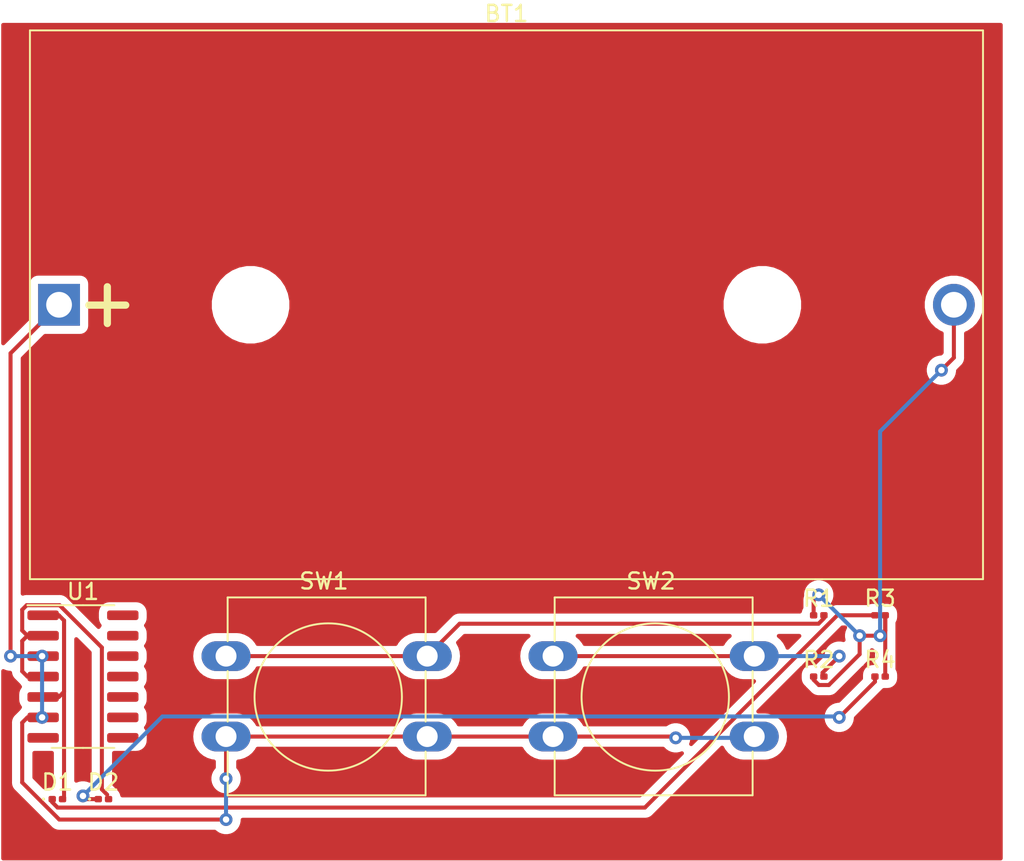
<source format=kicad_pcb>
(kicad_pcb (version 20171130) (host pcbnew 5.1.9+dfsg1-1+deb11u1)

  (general
    (thickness 1.6)
    (drawings 4)
    (tracks 87)
    (zones 0)
    (modules 10)
    (nets 9)
  )

  (page A4)
  (layers
    (0 F.Cu signal)
    (31 B.Cu signal)
    (32 B.Adhes user)
    (33 F.Adhes user)
    (34 B.Paste user)
    (35 F.Paste user)
    (36 B.SilkS user)
    (37 F.SilkS user)
    (38 B.Mask user)
    (39 F.Mask user)
    (40 Dwgs.User user)
    (41 Cmts.User user)
    (42 Eco1.User user)
    (43 Eco2.User user)
    (44 Edge.Cuts user)
    (45 Margin user)
    (46 B.CrtYd user)
    (47 F.CrtYd user)
    (48 B.Fab user)
    (49 F.Fab user)
  )

  (setup
    (last_trace_width 0.25)
    (trace_clearance 0.2)
    (zone_clearance 0.508)
    (zone_45_only no)
    (trace_min 0.2)
    (via_size 0.8)
    (via_drill 0.4)
    (via_min_size 0.4)
    (via_min_drill 0.3)
    (uvia_size 0.3)
    (uvia_drill 0.1)
    (uvias_allowed no)
    (uvia_min_size 0.2)
    (uvia_min_drill 0.1)
    (edge_width 0.05)
    (segment_width 0.2)
    (pcb_text_width 0.3)
    (pcb_text_size 1.5 1.5)
    (mod_edge_width 0.12)
    (mod_text_size 1 1)
    (mod_text_width 0.15)
    (pad_size 1.524 1.524)
    (pad_drill 0.762)
    (pad_to_mask_clearance 0)
    (aux_axis_origin 0 0)
    (visible_elements FFFFFF7F)
    (pcbplotparams
      (layerselection 0x010fc_ffffffff)
      (usegerberextensions false)
      (usegerberattributes true)
      (usegerberadvancedattributes true)
      (creategerberjobfile true)
      (excludeedgelayer true)
      (linewidth 0.100000)
      (plotframeref false)
      (viasonmask false)
      (mode 1)
      (useauxorigin false)
      (hpglpennumber 1)
      (hpglpenspeed 20)
      (hpglpendiameter 15.000000)
      (psnegative false)
      (psa4output false)
      (plotreference true)
      (plotvalue true)
      (plotinvisibletext false)
      (padsonsilk false)
      (subtractmaskfromsilk false)
      (outputformat 1)
      (mirror false)
      (drillshape 1)
      (scaleselection 1)
      (outputdirectory ""))
  )

  (net 0 "")
  (net 1 "Net-(BT1-Pad2)")
  (net 2 "Net-(BT1-Pad1)")
  (net 3 "Net-(D1-Pad1)")
  (net 4 "Net-(D1-Pad2)")
  (net 5 "Net-(D2-Pad2)")
  (net 6 "Net-(D2-Pad1)")
  (net 7 "Net-(R1-Pad2)")
  (net 8 "Net-(R2-Pad2)")

  (net_class Default "This is the default net class."
    (clearance 0.2)
    (trace_width 0.25)
    (via_dia 0.8)
    (via_drill 0.4)
    (uvia_dia 0.3)
    (uvia_drill 0.1)
    (add_net "Net-(BT1-Pad1)")
    (add_net "Net-(BT1-Pad2)")
    (add_net "Net-(D1-Pad1)")
    (add_net "Net-(D1-Pad2)")
    (add_net "Net-(D2-Pad1)")
    (add_net "Net-(D2-Pad2)")
    (add_net "Net-(R1-Pad2)")
    (add_net "Net-(R2-Pad2)")
  )

  (module Battery:BatteryHolder_Bulgin_BX0036_1xC (layer F.Cu) (tedit 5C0C1564) (tstamp 6539BD7D)
    (at 56.935001 87.375001)
    (descr "Bulgin Battery Holder, BX0036, Battery Type C (https://www.bulgin.com/products/pub/media/bulgin/data/Battery_holders.pdf)")
    (tags "Bulgin BX0036")
    (path /65394D7A)
    (fp_text reference BT1 (at 27.8 -18.1) (layer F.SilkS)
      (effects (font (size 1 1) (thickness 0.15)))
    )
    (fp_text value Battery (at 27.8 1) (layer F.Fab)
      (effects (font (size 1 1) (thickness 0.15)))
    )
    (fp_line (start -1.81 17.06) (end 57.41 17.06) (layer F.SilkS) (width 0.12))
    (fp_line (start -1.81 -17.06) (end 57.41 -17.06) (layer F.SilkS) (width 0.12))
    (fp_line (start 57.41 -17.06) (end 57.41 17.06) (layer F.SilkS) (width 0.12))
    (fp_line (start -1.81 -17.06) (end -1.81 17.06) (layer F.SilkS) (width 0.12))
    (fp_line (start -2.3 17.5) (end -2.3 -17.5) (layer F.CrtYd) (width 0.05))
    (fp_line (start 57.9 17.5) (end -2.3 17.5) (layer F.CrtYd) (width 0.05))
    (fp_line (start 57.9 -17.5) (end 57.9 17.5) (layer F.CrtYd) (width 0.05))
    (fp_line (start -2.3 -17.5) (end 57.9 -17.5) (layer F.CrtYd) (width 0.05))
    (fp_line (start -1.75 -17) (end 57.35 -17) (layer F.Fab) (width 0.1))
    (fp_line (start 57.35 -17) (end 57.35 17) (layer F.Fab) (width 0.1))
    (fp_line (start 57.35 17) (end -1.75 17) (layer F.Fab) (width 0.1))
    (fp_line (start -1.75 17) (end -1.75 -17) (layer F.Fab) (width 0.1))
    (fp_text user + (at 3 -0.2) (layer F.SilkS)
      (effects (font (size 3 3) (thickness 0.45)))
    )
    (fp_text user %R (at 27.8 -1) (layer F.Fab)
      (effects (font (size 1 1) (thickness 0.1)))
    )
    (pad 2 thru_hole circle (at 55.6 0) (size 2.6 2.6) (drill 1.6) (layers *.Cu *.Mask)
      (net 1 "Net-(BT1-Pad2)"))
    (pad 1 thru_hole rect (at 0 0) (size 2.6 2.6) (drill 1.6) (layers *.Cu *.Mask)
      (net 2 "Net-(BT1-Pad1)"))
    (pad "" np_thru_hole circle (at 11.9 0) (size 3.8 3.8) (drill 3.8) (layers *.Cu *.Mask))
    (pad "" np_thru_hole circle (at 43.7 0) (size 3.8 3.8) (drill 3.8) (layers *.Cu *.Mask))
    (model ${KISYS3DMOD}/Battery.3dshapes/BatteryHolder_Bulgin_BX0036_1xC.wrl
      (at (xyz 0 0 0))
      (scale (xyz 1 1 1))
      (rotate (xyz 0 0 0))
    )
  )

  (module LED_SMD:LED_0201_0603Metric (layer F.Cu) (tedit 5F68FEF1) (tstamp 6539BD91)
    (at 56.83 118.11)
    (descr "LED SMD 0201 (0603 Metric), square (rectangular) end terminal, IPC_7351 nominal, (Body size source: https://www.vishay.com/docs/20052/crcw0201e3.pdf), generated with kicad-footprint-generator")
    (tags LED)
    (path /6539DEF1)
    (attr smd)
    (fp_text reference D1 (at 0 -1.05) (layer F.SilkS)
      (effects (font (size 1 1) (thickness 0.15)))
    )
    (fp_text value LED (at 0 1.05) (layer F.Fab)
      (effects (font (size 1 1) (thickness 0.15)))
    )
    (fp_line (start 0.7 0.35) (end -0.7 0.35) (layer F.CrtYd) (width 0.05))
    (fp_line (start 0.7 -0.35) (end 0.7 0.35) (layer F.CrtYd) (width 0.05))
    (fp_line (start -0.7 -0.35) (end 0.7 -0.35) (layer F.CrtYd) (width 0.05))
    (fp_line (start -0.7 0.35) (end -0.7 -0.35) (layer F.CrtYd) (width 0.05))
    (fp_line (start -0.1 0.15) (end -0.1 -0.15) (layer F.Fab) (width 0.1))
    (fp_line (start -0.2 0.15) (end -0.2 -0.15) (layer F.Fab) (width 0.1))
    (fp_line (start 0.3 0.15) (end -0.3 0.15) (layer F.Fab) (width 0.1))
    (fp_line (start 0.3 -0.15) (end 0.3 0.15) (layer F.Fab) (width 0.1))
    (fp_line (start -0.3 -0.15) (end 0.3 -0.15) (layer F.Fab) (width 0.1))
    (fp_line (start -0.3 0.15) (end -0.3 -0.15) (layer F.Fab) (width 0.1))
    (fp_circle (center -0.86 0) (end -0.81 0) (layer F.SilkS) (width 0.1))
    (fp_text user %R (at 0 -0.68) (layer F.Fab)
      (effects (font (size 0.25 0.25) (thickness 0.04)))
    )
    (pad "" smd roundrect (at -0.345 0) (size 0.318 0.36) (layers F.Paste) (roundrect_rratio 0.25))
    (pad "" smd roundrect (at 0.345 0) (size 0.318 0.36) (layers F.Paste) (roundrect_rratio 0.25))
    (pad 1 smd roundrect (at -0.32 0) (size 0.46 0.4) (layers F.Cu F.Mask) (roundrect_rratio 0.25)
      (net 3 "Net-(D1-Pad1)"))
    (pad 2 smd roundrect (at 0.32 0) (size 0.46 0.4) (layers F.Cu F.Mask) (roundrect_rratio 0.25)
      (net 4 "Net-(D1-Pad2)"))
    (model ${KISYS3DMOD}/LED_SMD.3dshapes/LED_0201_0603Metric.wrl
      (at (xyz 0 0 0))
      (scale (xyz 1 1 1))
      (rotate (xyz 0 0 0))
    )
  )

  (module LED_SMD:LED_0201_0603Metric (layer F.Cu) (tedit 5F68FEF1) (tstamp 6539BDA5)
    (at 59.69 118.11)
    (descr "LED SMD 0201 (0603 Metric), square (rectangular) end terminal, IPC_7351 nominal, (Body size source: https://www.vishay.com/docs/20052/crcw0201e3.pdf), generated with kicad-footprint-generator")
    (tags LED)
    (path /653995ED)
    (attr smd)
    (fp_text reference D2 (at 0 -1.05) (layer F.SilkS)
      (effects (font (size 1 1) (thickness 0.15)))
    )
    (fp_text value LED (at 0 1.05) (layer F.Fab)
      (effects (font (size 1 1) (thickness 0.15)))
    )
    (fp_text user %R (at 0 -0.68) (layer F.Fab)
      (effects (font (size 0.25 0.25) (thickness 0.04)))
    )
    (fp_circle (center -0.86 0) (end -0.81 0) (layer F.SilkS) (width 0.1))
    (fp_line (start -0.3 0.15) (end -0.3 -0.15) (layer F.Fab) (width 0.1))
    (fp_line (start -0.3 -0.15) (end 0.3 -0.15) (layer F.Fab) (width 0.1))
    (fp_line (start 0.3 -0.15) (end 0.3 0.15) (layer F.Fab) (width 0.1))
    (fp_line (start 0.3 0.15) (end -0.3 0.15) (layer F.Fab) (width 0.1))
    (fp_line (start -0.2 0.15) (end -0.2 -0.15) (layer F.Fab) (width 0.1))
    (fp_line (start -0.1 0.15) (end -0.1 -0.15) (layer F.Fab) (width 0.1))
    (fp_line (start -0.7 0.35) (end -0.7 -0.35) (layer F.CrtYd) (width 0.05))
    (fp_line (start -0.7 -0.35) (end 0.7 -0.35) (layer F.CrtYd) (width 0.05))
    (fp_line (start 0.7 -0.35) (end 0.7 0.35) (layer F.CrtYd) (width 0.05))
    (fp_line (start 0.7 0.35) (end -0.7 0.35) (layer F.CrtYd) (width 0.05))
    (pad 2 smd roundrect (at 0.32 0) (size 0.46 0.4) (layers F.Cu F.Mask) (roundrect_rratio 0.25)
      (net 5 "Net-(D2-Pad2)"))
    (pad 1 smd roundrect (at -0.32 0) (size 0.46 0.4) (layers F.Cu F.Mask) (roundrect_rratio 0.25)
      (net 6 "Net-(D2-Pad1)"))
    (pad "" smd roundrect (at 0.345 0) (size 0.318 0.36) (layers F.Paste) (roundrect_rratio 0.25))
    (pad "" smd roundrect (at -0.345 0) (size 0.318 0.36) (layers F.Paste) (roundrect_rratio 0.25))
    (model ${KISYS3DMOD}/LED_SMD.3dshapes/LED_0201_0603Metric.wrl
      (at (xyz 0 0 0))
      (scale (xyz 1 1 1))
      (rotate (xyz 0 0 0))
    )
  )

  (module Resistor_SMD:R_0201_0603Metric (layer F.Cu) (tedit 5F68FEEE) (tstamp 6539BDB6)
    (at 104.14 106.68)
    (descr "Resistor SMD 0201 (0603 Metric), square (rectangular) end terminal, IPC_7351 nominal, (Body size source: https://www.vishay.com/docs/20052/crcw0201e3.pdf), generated with kicad-footprint-generator")
    (tags resistor)
    (path /6539671F)
    (attr smd)
    (fp_text reference R1 (at 0 -1.05) (layer F.SilkS)
      (effects (font (size 1 1) (thickness 0.15)))
    )
    (fp_text value 220Ω (at 0 1.05) (layer F.Fab)
      (effects (font (size 1 1) (thickness 0.15)))
    )
    (fp_line (start 0.7 0.35) (end -0.7 0.35) (layer F.CrtYd) (width 0.05))
    (fp_line (start 0.7 -0.35) (end 0.7 0.35) (layer F.CrtYd) (width 0.05))
    (fp_line (start -0.7 -0.35) (end 0.7 -0.35) (layer F.CrtYd) (width 0.05))
    (fp_line (start -0.7 0.35) (end -0.7 -0.35) (layer F.CrtYd) (width 0.05))
    (fp_line (start 0.3 0.15) (end -0.3 0.15) (layer F.Fab) (width 0.1))
    (fp_line (start 0.3 -0.15) (end 0.3 0.15) (layer F.Fab) (width 0.1))
    (fp_line (start -0.3 -0.15) (end 0.3 -0.15) (layer F.Fab) (width 0.1))
    (fp_line (start -0.3 0.15) (end -0.3 -0.15) (layer F.Fab) (width 0.1))
    (fp_text user %R (at 0 -0.68) (layer F.Fab)
      (effects (font (size 0.25 0.25) (thickness 0.04)))
    )
    (pad "" smd roundrect (at -0.345 0) (size 0.318 0.36) (layers F.Paste) (roundrect_rratio 0.25))
    (pad "" smd roundrect (at 0.345 0) (size 0.318 0.36) (layers F.Paste) (roundrect_rratio 0.25))
    (pad 1 smd roundrect (at -0.32 0) (size 0.46 0.4) (layers F.Cu F.Mask) (roundrect_rratio 0.25)
      (net 1 "Net-(BT1-Pad2)"))
    (pad 2 smd roundrect (at 0.32 0) (size 0.46 0.4) (layers F.Cu F.Mask) (roundrect_rratio 0.25)
      (net 7 "Net-(R1-Pad2)"))
    (model ${KISYS3DMOD}/Resistor_SMD.3dshapes/R_0201_0603Metric.wrl
      (at (xyz 0 0 0))
      (scale (xyz 1 1 1))
      (rotate (xyz 0 0 0))
    )
  )

  (module Resistor_SMD:R_0201_0603Metric (layer F.Cu) (tedit 5F68FEEE) (tstamp 6539BDC7)
    (at 104.14 110.49)
    (descr "Resistor SMD 0201 (0603 Metric), square (rectangular) end terminal, IPC_7351 nominal, (Body size source: https://www.vishay.com/docs/20052/crcw0201e3.pdf), generated with kicad-footprint-generator")
    (tags resistor)
    (path /653B5927)
    (attr smd)
    (fp_text reference R2 (at 0 -1.05) (layer F.SilkS)
      (effects (font (size 1 1) (thickness 0.15)))
    )
    (fp_text value 220Ω (at 0 1.05) (layer F.Fab)
      (effects (font (size 1 1) (thickness 0.15)))
    )
    (fp_text user %R (at 0 -0.68) (layer F.Fab)
      (effects (font (size 0.25 0.25) (thickness 0.04)))
    )
    (fp_line (start -0.3 0.15) (end -0.3 -0.15) (layer F.Fab) (width 0.1))
    (fp_line (start -0.3 -0.15) (end 0.3 -0.15) (layer F.Fab) (width 0.1))
    (fp_line (start 0.3 -0.15) (end 0.3 0.15) (layer F.Fab) (width 0.1))
    (fp_line (start 0.3 0.15) (end -0.3 0.15) (layer F.Fab) (width 0.1))
    (fp_line (start -0.7 0.35) (end -0.7 -0.35) (layer F.CrtYd) (width 0.05))
    (fp_line (start -0.7 -0.35) (end 0.7 -0.35) (layer F.CrtYd) (width 0.05))
    (fp_line (start 0.7 -0.35) (end 0.7 0.35) (layer F.CrtYd) (width 0.05))
    (fp_line (start 0.7 0.35) (end -0.7 0.35) (layer F.CrtYd) (width 0.05))
    (pad 2 smd roundrect (at 0.32 0) (size 0.46 0.4) (layers F.Cu F.Mask) (roundrect_rratio 0.25)
      (net 8 "Net-(R2-Pad2)"))
    (pad 1 smd roundrect (at -0.32 0) (size 0.46 0.4) (layers F.Cu F.Mask) (roundrect_rratio 0.25)
      (net 1 "Net-(BT1-Pad2)"))
    (pad "" smd roundrect (at 0.345 0) (size 0.318 0.36) (layers F.Paste) (roundrect_rratio 0.25))
    (pad "" smd roundrect (at -0.345 0) (size 0.318 0.36) (layers F.Paste) (roundrect_rratio 0.25))
    (model ${KISYS3DMOD}/Resistor_SMD.3dshapes/R_0201_0603Metric.wrl
      (at (xyz 0 0 0))
      (scale (xyz 1 1 1))
      (rotate (xyz 0 0 0))
    )
  )

  (module Resistor_SMD:R_0201_0603Metric (layer F.Cu) (tedit 5F68FEEE) (tstamp 6539BDD8)
    (at 107.95 106.68)
    (descr "Resistor SMD 0201 (0603 Metric), square (rectangular) end terminal, IPC_7351 nominal, (Body size source: https://www.vishay.com/docs/20052/crcw0201e3.pdf), generated with kicad-footprint-generator")
    (tags resistor)
    (path /653CC758)
    (attr smd)
    (fp_text reference R3 (at 0 -1.05) (layer F.SilkS)
      (effects (font (size 1 1) (thickness 0.15)))
    )
    (fp_text value 220Ω (at 0 1.05) (layer F.Fab)
      (effects (font (size 1 1) (thickness 0.15)))
    )
    (fp_line (start 0.7 0.35) (end -0.7 0.35) (layer F.CrtYd) (width 0.05))
    (fp_line (start 0.7 -0.35) (end 0.7 0.35) (layer F.CrtYd) (width 0.05))
    (fp_line (start -0.7 -0.35) (end 0.7 -0.35) (layer F.CrtYd) (width 0.05))
    (fp_line (start -0.7 0.35) (end -0.7 -0.35) (layer F.CrtYd) (width 0.05))
    (fp_line (start 0.3 0.15) (end -0.3 0.15) (layer F.Fab) (width 0.1))
    (fp_line (start 0.3 -0.15) (end 0.3 0.15) (layer F.Fab) (width 0.1))
    (fp_line (start -0.3 -0.15) (end 0.3 -0.15) (layer F.Fab) (width 0.1))
    (fp_line (start -0.3 0.15) (end -0.3 -0.15) (layer F.Fab) (width 0.1))
    (fp_text user %R (at 0 -0.68) (layer F.Fab)
      (effects (font (size 0.25 0.25) (thickness 0.04)))
    )
    (pad "" smd roundrect (at -0.345 0) (size 0.318 0.36) (layers F.Paste) (roundrect_rratio 0.25))
    (pad "" smd roundrect (at 0.345 0) (size 0.318 0.36) (layers F.Paste) (roundrect_rratio 0.25))
    (pad 1 smd roundrect (at -0.32 0) (size 0.46 0.4) (layers F.Cu F.Mask) (roundrect_rratio 0.25)
      (net 3 "Net-(D1-Pad1)"))
    (pad 2 smd roundrect (at 0.32 0) (size 0.46 0.4) (layers F.Cu F.Mask) (roundrect_rratio 0.25)
      (net 1 "Net-(BT1-Pad2)"))
    (model ${KISYS3DMOD}/Resistor_SMD.3dshapes/R_0201_0603Metric.wrl
      (at (xyz 0 0 0))
      (scale (xyz 1 1 1))
      (rotate (xyz 0 0 0))
    )
  )

  (module Resistor_SMD:R_0201_0603Metric (layer F.Cu) (tedit 5F68FEEE) (tstamp 6539BDE9)
    (at 107.95 110.49)
    (descr "Resistor SMD 0201 (0603 Metric), square (rectangular) end terminal, IPC_7351 nominal, (Body size source: https://www.vishay.com/docs/20052/crcw0201e3.pdf), generated with kicad-footprint-generator")
    (tags resistor)
    (path /653CC75E)
    (attr smd)
    (fp_text reference R4 (at 0 -1.05) (layer F.SilkS)
      (effects (font (size 1 1) (thickness 0.15)))
    )
    (fp_text value 220Ω (at 0 1.05) (layer F.Fab)
      (effects (font (size 1 1) (thickness 0.15)))
    )
    (fp_text user %R (at 0 -0.68) (layer F.Fab)
      (effects (font (size 0.25 0.25) (thickness 0.04)))
    )
    (fp_line (start -0.3 0.15) (end -0.3 -0.15) (layer F.Fab) (width 0.1))
    (fp_line (start -0.3 -0.15) (end 0.3 -0.15) (layer F.Fab) (width 0.1))
    (fp_line (start 0.3 -0.15) (end 0.3 0.15) (layer F.Fab) (width 0.1))
    (fp_line (start 0.3 0.15) (end -0.3 0.15) (layer F.Fab) (width 0.1))
    (fp_line (start -0.7 0.35) (end -0.7 -0.35) (layer F.CrtYd) (width 0.05))
    (fp_line (start -0.7 -0.35) (end 0.7 -0.35) (layer F.CrtYd) (width 0.05))
    (fp_line (start 0.7 -0.35) (end 0.7 0.35) (layer F.CrtYd) (width 0.05))
    (fp_line (start 0.7 0.35) (end -0.7 0.35) (layer F.CrtYd) (width 0.05))
    (pad 2 smd roundrect (at 0.32 0) (size 0.46 0.4) (layers F.Cu F.Mask) (roundrect_rratio 0.25)
      (net 1 "Net-(BT1-Pad2)"))
    (pad 1 smd roundrect (at -0.32 0) (size 0.46 0.4) (layers F.Cu F.Mask) (roundrect_rratio 0.25)
      (net 6 "Net-(D2-Pad1)"))
    (pad "" smd roundrect (at 0.345 0) (size 0.318 0.36) (layers F.Paste) (roundrect_rratio 0.25))
    (pad "" smd roundrect (at -0.345 0) (size 0.318 0.36) (layers F.Paste) (roundrect_rratio 0.25))
    (model ${KISYS3DMOD}/Resistor_SMD.3dshapes/R_0201_0603Metric.wrl
      (at (xyz 0 0 0))
      (scale (xyz 1 1 1))
      (rotate (xyz 0 0 0))
    )
  )

  (module Button_Switch_THT:SW_PUSH-12mm (layer F.Cu) (tedit 5D160D14) (tstamp 6539BE03)
    (at 67.31 109.22)
    (descr "SW PUSH 12mm https://www.e-switch.com/system/asset/product_line/data_sheet/143/TL1100.pdf")
    (tags "tact sw push 12mm")
    (path /6539A2D5)
    (fp_text reference SW1 (at 6.08 -4.66) (layer F.SilkS)
      (effects (font (size 1 1) (thickness 0.15)))
    )
    (fp_text value SW_Push (at 6.62 9.93) (layer F.Fab)
      (effects (font (size 1 1) (thickness 0.15)))
    )
    (fp_line (start 12.4 -3.65) (end 12.4 -0.93) (layer F.SilkS) (width 0.12))
    (fp_line (start 12.4 5.93) (end 12.4 8.65) (layer F.SilkS) (width 0.12))
    (fp_line (start 0.1 4.07) (end 0.1 0.93) (layer F.SilkS) (width 0.12))
    (fp_line (start 0.1 8.65) (end 0.1 5.93) (layer F.SilkS) (width 0.12))
    (fp_line (start 0.25 -3.5) (end 0.25 8.5) (layer F.Fab) (width 0.1))
    (fp_circle (center 6.35 2.54) (end 10.16 5.08) (layer F.SilkS) (width 0.12))
    (fp_line (start 14.25 8.75) (end -1.77 8.75) (layer F.CrtYd) (width 0.05))
    (fp_line (start 14.25 8.75) (end 14.25 -3.75) (layer F.CrtYd) (width 0.05))
    (fp_line (start -1.77 -3.75) (end -1.77 8.75) (layer F.CrtYd) (width 0.05))
    (fp_line (start -1.77 -3.75) (end 14.25 -3.75) (layer F.CrtYd) (width 0.05))
    (fp_line (start 0.1 -0.93) (end 0.1 -3.65) (layer F.SilkS) (width 0.12))
    (fp_line (start 12.4 8.65) (end 0.1 8.65) (layer F.SilkS) (width 0.12))
    (fp_line (start 12.4 0.93) (end 12.4 4.07) (layer F.SilkS) (width 0.12))
    (fp_line (start 0.1 -3.65) (end 12.4 -3.65) (layer F.SilkS) (width 0.12))
    (fp_line (start 12.25 -3.5) (end 12.25 8.5) (layer F.Fab) (width 0.1))
    (fp_line (start 0.25 -3.5) (end 12.25 -3.5) (layer F.Fab) (width 0.1))
    (fp_line (start 0.25 8.5) (end 12.25 8.5) (layer F.Fab) (width 0.1))
    (fp_text user %R (at 6.35 2.54) (layer F.Fab)
      (effects (font (size 1 1) (thickness 0.15)))
    )
    (pad 1 thru_hole oval (at 12.5 0) (size 3.048 1.85) (drill 1.3) (layers *.Cu *.Mask)
      (net 7 "Net-(R1-Pad2)"))
    (pad 2 thru_hole oval (at 12.5 5) (size 3.048 1.85) (drill 1.3) (layers *.Cu *.Mask)
      (net 2 "Net-(BT1-Pad1)"))
    (pad 1 thru_hole oval (at 0 0) (size 3.048 1.85) (drill 1.3) (layers *.Cu *.Mask)
      (net 7 "Net-(R1-Pad2)"))
    (pad 2 thru_hole oval (at 0 5) (size 3.048 1.85) (drill 1.3) (layers *.Cu *.Mask)
      (net 2 "Net-(BT1-Pad1)"))
    (model ${KISYS3DMOD}/Button_Switch_THT.3dshapes/SW_PUSH-12mm.wrl
      (at (xyz 0 0 0))
      (scale (xyz 1 1 1))
      (rotate (xyz 0 0 0))
    )
  )

  (module Button_Switch_THT:SW_PUSH-12mm (layer F.Cu) (tedit 5D160D14) (tstamp 6539BE1D)
    (at 87.63 109.22)
    (descr "SW PUSH 12mm https://www.e-switch.com/system/asset/product_line/data_sheet/143/TL1100.pdf")
    (tags "tact sw push 12mm")
    (path /6539B500)
    (fp_text reference SW2 (at 6.08 -4.66) (layer F.SilkS)
      (effects (font (size 1 1) (thickness 0.15)))
    )
    (fp_text value SW_Push (at 6.62 9.93) (layer F.Fab)
      (effects (font (size 1 1) (thickness 0.15)))
    )
    (fp_text user %R (at 6.35 2.54) (layer F.Fab)
      (effects (font (size 1 1) (thickness 0.15)))
    )
    (fp_line (start 0.25 8.5) (end 12.25 8.5) (layer F.Fab) (width 0.1))
    (fp_line (start 0.25 -3.5) (end 12.25 -3.5) (layer F.Fab) (width 0.1))
    (fp_line (start 12.25 -3.5) (end 12.25 8.5) (layer F.Fab) (width 0.1))
    (fp_line (start 0.1 -3.65) (end 12.4 -3.65) (layer F.SilkS) (width 0.12))
    (fp_line (start 12.4 0.93) (end 12.4 4.07) (layer F.SilkS) (width 0.12))
    (fp_line (start 12.4 8.65) (end 0.1 8.65) (layer F.SilkS) (width 0.12))
    (fp_line (start 0.1 -0.93) (end 0.1 -3.65) (layer F.SilkS) (width 0.12))
    (fp_line (start -1.77 -3.75) (end 14.25 -3.75) (layer F.CrtYd) (width 0.05))
    (fp_line (start -1.77 -3.75) (end -1.77 8.75) (layer F.CrtYd) (width 0.05))
    (fp_line (start 14.25 8.75) (end 14.25 -3.75) (layer F.CrtYd) (width 0.05))
    (fp_line (start 14.25 8.75) (end -1.77 8.75) (layer F.CrtYd) (width 0.05))
    (fp_circle (center 6.35 2.54) (end 10.16 5.08) (layer F.SilkS) (width 0.12))
    (fp_line (start 0.25 -3.5) (end 0.25 8.5) (layer F.Fab) (width 0.1))
    (fp_line (start 0.1 8.65) (end 0.1 5.93) (layer F.SilkS) (width 0.12))
    (fp_line (start 0.1 4.07) (end 0.1 0.93) (layer F.SilkS) (width 0.12))
    (fp_line (start 12.4 5.93) (end 12.4 8.65) (layer F.SilkS) (width 0.12))
    (fp_line (start 12.4 -3.65) (end 12.4 -0.93) (layer F.SilkS) (width 0.12))
    (pad 2 thru_hole oval (at 0 5) (size 3.048 1.85) (drill 1.3) (layers *.Cu *.Mask)
      (net 2 "Net-(BT1-Pad1)"))
    (pad 1 thru_hole oval (at 0 0) (size 3.048 1.85) (drill 1.3) (layers *.Cu *.Mask)
      (net 8 "Net-(R2-Pad2)"))
    (pad 2 thru_hole oval (at 12.5 5) (size 3.048 1.85) (drill 1.3) (layers *.Cu *.Mask)
      (net 2 "Net-(BT1-Pad1)"))
    (pad 1 thru_hole oval (at 12.5 0) (size 3.048 1.85) (drill 1.3) (layers *.Cu *.Mask)
      (net 8 "Net-(R2-Pad2)"))
    (model ${KISYS3DMOD}/Button_Switch_THT.3dshapes/SW_PUSH-12mm.wrl
      (at (xyz 0 0 0))
      (scale (xyz 1 1 1))
      (rotate (xyz 0 0 0))
    )
  )

  (module Package_SO:SOIC-14_3.9x8.7mm_P1.27mm (layer F.Cu) (tedit 5D9F72B1) (tstamp 6539BE3D)
    (at 58.42 110.49)
    (descr "SOIC, 14 Pin (JEDEC MS-012AB, https://www.analog.com/media/en/package-pcb-resources/package/pkg_pdf/soic_narrow-r/r_14.pdf), generated with kicad-footprint-generator ipc_gullwing_generator.py")
    (tags "SOIC SO")
    (path /653A0A93)
    (attr smd)
    (fp_text reference U1 (at 0 -5.28) (layer F.SilkS)
      (effects (font (size 1 1) (thickness 0.15)))
    )
    (fp_text value 74LS02 (at 0 5.28) (layer F.Fab)
      (effects (font (size 1 1) (thickness 0.15)))
    )
    (fp_line (start 3.7 -4.58) (end -3.7 -4.58) (layer F.CrtYd) (width 0.05))
    (fp_line (start 3.7 4.58) (end 3.7 -4.58) (layer F.CrtYd) (width 0.05))
    (fp_line (start -3.7 4.58) (end 3.7 4.58) (layer F.CrtYd) (width 0.05))
    (fp_line (start -3.7 -4.58) (end -3.7 4.58) (layer F.CrtYd) (width 0.05))
    (fp_line (start -1.95 -3.35) (end -0.975 -4.325) (layer F.Fab) (width 0.1))
    (fp_line (start -1.95 4.325) (end -1.95 -3.35) (layer F.Fab) (width 0.1))
    (fp_line (start 1.95 4.325) (end -1.95 4.325) (layer F.Fab) (width 0.1))
    (fp_line (start 1.95 -4.325) (end 1.95 4.325) (layer F.Fab) (width 0.1))
    (fp_line (start -0.975 -4.325) (end 1.95 -4.325) (layer F.Fab) (width 0.1))
    (fp_line (start 0 -4.435) (end -3.45 -4.435) (layer F.SilkS) (width 0.12))
    (fp_line (start 0 -4.435) (end 1.95 -4.435) (layer F.SilkS) (width 0.12))
    (fp_line (start 0 4.435) (end -1.95 4.435) (layer F.SilkS) (width 0.12))
    (fp_line (start 0 4.435) (end 1.95 4.435) (layer F.SilkS) (width 0.12))
    (fp_text user %R (at 0 0) (layer F.Fab)
      (effects (font (size 0.98 0.98) (thickness 0.15)))
    )
    (pad 1 smd roundrect (at -2.475 -3.81) (size 1.95 0.6) (layers F.Cu F.Paste F.Mask) (roundrect_rratio 0.25)
      (net 4 "Net-(D1-Pad2)"))
    (pad 2 smd roundrect (at -2.475 -2.54) (size 1.95 0.6) (layers F.Cu F.Paste F.Mask) (roundrect_rratio 0.25)
      (net 5 "Net-(D2-Pad2)"))
    (pad 3 smd roundrect (at -2.475 -1.27) (size 1.95 0.6) (layers F.Cu F.Paste F.Mask) (roundrect_rratio 0.25)
      (net 2 "Net-(BT1-Pad1)"))
    (pad 4 smd roundrect (at -2.475 0) (size 1.95 0.6) (layers F.Cu F.Paste F.Mask) (roundrect_rratio 0.25)
      (net 5 "Net-(D2-Pad2)"))
    (pad 5 smd roundrect (at -2.475 1.27) (size 1.95 0.6) (layers F.Cu F.Paste F.Mask) (roundrect_rratio 0.25)
      (net 4 "Net-(D1-Pad2)"))
    (pad 6 smd roundrect (at -2.475 2.54) (size 1.95 0.6) (layers F.Cu F.Paste F.Mask) (roundrect_rratio 0.25)
      (net 2 "Net-(BT1-Pad1)"))
    (pad 7 smd roundrect (at -2.475 3.81) (size 1.95 0.6) (layers F.Cu F.Paste F.Mask) (roundrect_rratio 0.25))
    (pad 8 smd roundrect (at 2.475 3.81) (size 1.95 0.6) (layers F.Cu F.Paste F.Mask) (roundrect_rratio 0.25))
    (pad 9 smd roundrect (at 2.475 2.54) (size 1.95 0.6) (layers F.Cu F.Paste F.Mask) (roundrect_rratio 0.25))
    (pad 10 smd roundrect (at 2.475 1.27) (size 1.95 0.6) (layers F.Cu F.Paste F.Mask) (roundrect_rratio 0.25))
    (pad 11 smd roundrect (at 2.475 0) (size 1.95 0.6) (layers F.Cu F.Paste F.Mask) (roundrect_rratio 0.25))
    (pad 12 smd roundrect (at 2.475 -1.27) (size 1.95 0.6) (layers F.Cu F.Paste F.Mask) (roundrect_rratio 0.25))
    (pad 13 smd roundrect (at 2.475 -2.54) (size 1.95 0.6) (layers F.Cu F.Paste F.Mask) (roundrect_rratio 0.25))
    (pad 14 smd roundrect (at 2.475 -3.81) (size 1.95 0.6) (layers F.Cu F.Paste F.Mask) (roundrect_rratio 0.25))
    (model ${KISYS3DMOD}/Package_SO.3dshapes/SOIC-14_3.9x8.7mm_P1.27mm.wrl
      (at (xyz 0 0 0))
      (scale (xyz 1 1 1))
      (rotate (xyz 0 0 0))
    )
  )

  (gr_line (start 53.34 121.92) (end 53.34 68.58) (layer Dwgs.User) (width 0.15) (tstamp 6539BFD6))
  (gr_line (start 116.84 121.92) (end 53.34 121.92) (layer Dwgs.User) (width 0.15))
  (gr_line (start 116.84 68.58) (end 116.84 121.92) (layer Dwgs.User) (width 0.15))
  (gr_line (start 53.34 68.58) (end 116.84 68.58) (layer Dwgs.User) (width 0.15))

  (segment (start 108.27 106.68) (end 108.27 110.49) (width 0.25) (layer F.Cu) (net 1))
  (via (at 106.68 107.95) (size 0.8) (drill 0.4) (layers F.Cu B.Cu) (net 1))
  (segment (start 106.68 109.101058) (end 106.68 107.95) (width 0.25) (layer F.Cu) (net 1))
  (segment (start 104.766048 111.01501) (end 106.68 109.101058) (width 0.25) (layer F.Cu) (net 1))
  (segment (start 104.14501 111.01501) (end 104.766048 111.01501) (width 0.25) (layer F.Cu) (net 1))
  (segment (start 103.82 110.69) (end 104.14501 111.01501) (width 0.25) (layer F.Cu) (net 1))
  (segment (start 103.82 110.49) (end 103.82 110.69) (width 0.25) (layer F.Cu) (net 1))
  (via (at 104.14 105.41) (size 0.8) (drill 0.4) (layers F.Cu B.Cu) (net 1))
  (segment (start 106.68 107.95) (end 104.14 105.41) (width 0.25) (layer B.Cu) (net 1))
  (segment (start 103.82 105.73) (end 103.82 106.68) (width 0.25) (layer F.Cu) (net 1))
  (segment (start 104.14 105.41) (end 103.82 105.73) (width 0.25) (layer F.Cu) (net 1))
  (via (at 107.95 107.95) (size 0.8) (drill 0.4) (layers F.Cu B.Cu) (net 1))
  (segment (start 106.68 107.95) (end 107.95 107.95) (width 0.25) (layer F.Cu) (net 1))
  (via (at 111.76 91.44) (size 0.8) (drill 0.4) (layers F.Cu B.Cu) (net 1))
  (segment (start 107.95 95.25) (end 111.76 91.44) (width 0.25) (layer B.Cu) (net 1))
  (segment (start 107.95 107.95) (end 107.95 95.25) (width 0.25) (layer B.Cu) (net 1))
  (segment (start 112.535001 90.664999) (end 112.535001 87.375001) (width 0.25) (layer F.Cu) (net 1))
  (segment (start 111.76 91.44) (end 112.535001 90.664999) (width 0.25) (layer F.Cu) (net 1))
  (segment (start 108.27 107.63) (end 108.27 106.68) (width 0.25) (layer F.Cu) (net 1))
  (segment (start 107.95 107.95) (end 108.27 107.63) (width 0.25) (layer F.Cu) (net 1))
  (via (at 53.91999 109.22) (size 0.8) (drill 0.4) (layers F.Cu B.Cu) (net 2))
  (segment (start 53.91999 90.390012) (end 53.91999 109.22) (width 0.25) (layer F.Cu) (net 2))
  (segment (start 56.935001 87.375001) (end 53.91999 90.390012) (width 0.25) (layer F.Cu) (net 2))
  (segment (start 53.91999 109.22) (end 55.88 109.22) (width 0.25) (layer B.Cu) (net 2))
  (via (at 55.88 109.22) (size 0.8) (drill 0.4) (layers F.Cu B.Cu) (net 2))
  (segment (start 55.88 109.22) (end 55.88 113.03) (width 0.25) (layer B.Cu) (net 2))
  (via (at 55.88 113.03) (size 0.8) (drill 0.4) (layers F.Cu B.Cu) (net 2))
  (via (at 67.31 119.38) (size 0.8) (drill 0.4) (layers F.Cu B.Cu) (net 2))
  (segment (start 56.948942 119.38) (end 67.31 119.38) (width 0.25) (layer F.Cu) (net 2))
  (segment (start 54.64499 117.076048) (end 56.948942 119.38) (width 0.25) (layer F.Cu) (net 2))
  (segment (start 54.64499 113.35501) (end 54.64499 117.076048) (width 0.25) (layer F.Cu) (net 2))
  (segment (start 54.97 113.03) (end 54.64499 113.35501) (width 0.25) (layer F.Cu) (net 2))
  (segment (start 55.945 113.03) (end 54.97 113.03) (width 0.25) (layer F.Cu) (net 2))
  (via (at 67.31 116.84) (size 0.8) (drill 0.4) (layers F.Cu B.Cu) (net 2))
  (segment (start 67.31 119.38) (end 67.31 116.84) (width 0.25) (layer B.Cu) (net 2))
  (via (at 67.31 114.22) (size 0.8) (drill 0.4) (layers F.Cu B.Cu) (net 2))
  (segment (start 67.31 116.84) (end 67.31 114.22) (width 0.25) (layer F.Cu) (net 2))
  (segment (start 67.31 114.22) (end 79.81 114.22) (width 0.25) (layer F.Cu) (net 2))
  (segment (start 79.81 114.22) (end 87.63 114.22) (width 0.25) (layer F.Cu) (net 2))
  (via (at 95.25 114.3) (size 0.8) (drill 0.4) (layers F.Cu B.Cu) (net 2))
  (segment (start 95.17 114.22) (end 95.25 114.3) (width 0.25) (layer F.Cu) (net 2))
  (segment (start 87.63 114.22) (end 95.17 114.22) (width 0.25) (layer F.Cu) (net 2))
  (via (at 100.13 114.22) (size 0.8) (drill 0.4) (layers F.Cu B.Cu) (net 2))
  (segment (start 100.05 114.3) (end 100.13 114.22) (width 0.25) (layer B.Cu) (net 2))
  (segment (start 95.25 114.3) (end 100.05 114.3) (width 0.25) (layer B.Cu) (net 2))
  (segment (start 93.336048 118.63501) (end 105.291058 106.68) (width 0.25) (layer F.Cu) (net 3))
  (segment (start 56.843952 118.63501) (end 93.336048 118.63501) (width 0.25) (layer F.Cu) (net 3))
  (segment (start 56.51 118.301058) (end 56.843952 118.63501) (width 0.25) (layer F.Cu) (net 3))
  (segment (start 56.51 118.11) (end 56.51 118.301058) (width 0.25) (layer F.Cu) (net 3))
  (segment (start 105.291058 106.68) (end 107.63 106.68) (width 0.25) (layer F.Cu) (net 3))
  (segment (start 56.92 111.76) (end 55.945 111.76) (width 0.25) (layer F.Cu) (net 4))
  (segment (start 57.24501 111.43499) (end 56.92 111.76) (width 0.25) (layer F.Cu) (net 4))
  (segment (start 57.24501 107.00501) (end 57.24501 111.43499) (width 0.25) (layer F.Cu) (net 4))
  (segment (start 56.92 106.68) (end 57.24501 107.00501) (width 0.25) (layer F.Cu) (net 4))
  (segment (start 55.945 106.68) (end 56.92 106.68) (width 0.25) (layer F.Cu) (net 4))
  (segment (start 57.24501 107.00501) (end 57.24501 118.01499) (width 0.25) (layer F.Cu) (net 4))
  (segment (start 54.97 110.49) (end 55.945 110.49) (width 0.25) (layer F.Cu) (net 5))
  (segment (start 54.64499 108.27501) (end 54.64499 110.16499) (width 0.25) (layer F.Cu) (net 5))
  (segment (start 54.64499 110.16499) (end 54.97 110.49) (width 0.25) (layer F.Cu) (net 5))
  (segment (start 54.97 107.95) (end 54.64499 108.27501) (width 0.25) (layer F.Cu) (net 5))
  (segment (start 55.945 107.95) (end 54.97 107.95) (width 0.25) (layer F.Cu) (net 5))
  (segment (start 59.59499 108.683222) (end 59.59499 117.503932) (width 0.25) (layer F.Cu) (net 5))
  (segment (start 59.59499 117.503932) (end 59.92501 117.833952) (width 0.25) (layer F.Cu) (net 5))
  (segment (start 56.966758 106.05499) (end 59.59499 108.683222) (width 0.25) (layer F.Cu) (net 5))
  (segment (start 54.923242 106.05499) (end 56.966758 106.05499) (width 0.25) (layer F.Cu) (net 5))
  (segment (start 54.64499 106.333242) (end 54.923242 106.05499) (width 0.25) (layer F.Cu) (net 5))
  (segment (start 54.64499 107.62499) (end 54.64499 106.333242) (width 0.25) (layer F.Cu) (net 5))
  (segment (start 54.97 107.95) (end 54.64499 107.62499) (width 0.25) (layer F.Cu) (net 5))
  (via (at 58.42 117.91001) (size 0.8) (drill 0.4) (layers F.Cu B.Cu) (net 6))
  (segment (start 58.61999 118.11) (end 58.42 117.91001) (width 0.25) (layer F.Cu) (net 6))
  (segment (start 59.37 118.11) (end 58.61999 118.11) (width 0.25) (layer F.Cu) (net 6))
  (segment (start 63.36002 112.96999) (end 105.47001 112.96999) (width 0.25) (layer B.Cu) (net 6))
  (segment (start 58.42 117.91001) (end 63.36002 112.96999) (width 0.25) (layer B.Cu) (net 6))
  (via (at 105.41 113.03) (size 0.8) (drill 0.4) (layers F.Cu B.Cu) (net 6))
  (segment (start 105.47001 112.96999) (end 105.41 113.03) (width 0.25) (layer B.Cu) (net 6))
  (segment (start 107.63 110.81) (end 107.63 110.49) (width 0.25) (layer F.Cu) (net 6))
  (segment (start 105.41 113.03) (end 107.63 110.81) (width 0.25) (layer F.Cu) (net 6))
  (segment (start 67.31 109.22) (end 79.81 109.22) (width 0.25) (layer F.Cu) (net 7))
  (segment (start 104.126048 107.20501) (end 104.46 106.871058) (width 0.25) (layer F.Cu) (net 7))
  (segment (start 81.82499 107.20501) (end 104.126048 107.20501) (width 0.25) (layer F.Cu) (net 7))
  (segment (start 79.81 109.22) (end 81.82499 107.20501) (width 0.25) (layer F.Cu) (net 7))
  (segment (start 87.63 109.22) (end 100.13 109.22) (width 0.25) (layer F.Cu) (net 8))
  (via (at 105.41 109.22) (size 0.8) (drill 0.4) (layers F.Cu B.Cu) (net 8))
  (segment (start 100.13 109.22) (end 105.41 109.22) (width 0.25) (layer B.Cu) (net 8))
  (segment (start 105.41 109.22) (end 104.37501 110.25499) (width 0.25) (layer F.Cu) (net 8))
  (segment (start 104.37501 110.40501) (end 104.46 110.49) (width 0.25) (layer F.Cu) (net 8))
  (segment (start 104.37501 110.25499) (end 104.37501 110.40501) (width 0.25) (layer F.Cu) (net 8))

  (zone (net 0) (net_name "") (layer F.Cu) (tstamp 0) (hatch edge 0.508)
    (connect_pads (clearance 0.508))
    (min_thickness 0.254)
    (fill yes (arc_segments 32) (thermal_gap 0.508) (thermal_bridge_width 0.508))
    (polygon
      (pts
        (xy 115.57 121.92) (xy 53.34 121.92) (xy 53.34 69.85) (xy 115.57 69.85)
      )
    )
    (filled_polygon
      (pts
        (xy 115.443 121.793) (xy 53.467 121.793) (xy 53.467 110.152641) (xy 53.618092 110.215226) (xy 53.818051 110.255)
        (xy 53.890179 110.255) (xy 53.895988 110.313975) (xy 53.939444 110.457236) (xy 54.010016 110.589266) (xy 54.05082 110.638985)
        (xy 54.10499 110.704991) (xy 54.133988 110.728789) (xy 54.406196 111.000997) (xy 54.429999 111.030001) (xy 54.44635 111.04342)
        (xy 54.464742 111.077829) (xy 54.503454 111.125) (xy 54.464742 111.172171) (xy 54.391916 111.308418) (xy 54.347071 111.456255)
        (xy 54.331928 111.61) (xy 54.331928 111.91) (xy 54.347071 112.063745) (xy 54.391916 112.211582) (xy 54.464742 112.347829)
        (xy 54.503454 112.395) (xy 54.464742 112.442171) (xy 54.44635 112.47658) (xy 54.429999 112.489999) (xy 54.406196 112.519003)
        (xy 54.133993 112.791206) (xy 54.104989 112.815009) (xy 54.051653 112.88) (xy 54.010016 112.930734) (xy 53.956957 113.03)
        (xy 53.939444 113.062764) (xy 53.895987 113.206025) (xy 53.88499 113.317678) (xy 53.88499 113.317688) (xy 53.881314 113.35501)
        (xy 53.88499 113.392333) (xy 53.884991 117.038716) (xy 53.881314 117.076048) (xy 53.895988 117.225033) (xy 53.939444 117.368294)
        (xy 54.010016 117.500324) (xy 54.081191 117.58705) (xy 54.10499 117.616049) (xy 54.133988 117.639847) (xy 56.385143 119.891003)
        (xy 56.408941 119.920001) (xy 56.524666 120.014974) (xy 56.656695 120.085546) (xy 56.799956 120.129003) (xy 56.911609 120.14)
        (xy 56.911618 120.14) (xy 56.948941 120.143676) (xy 56.986264 120.14) (xy 66.606289 120.14) (xy 66.650226 120.183937)
        (xy 66.819744 120.297205) (xy 67.008102 120.375226) (xy 67.208061 120.415) (xy 67.411939 120.415) (xy 67.611898 120.375226)
        (xy 67.800256 120.297205) (xy 67.969774 120.183937) (xy 68.113937 120.039774) (xy 68.227205 119.870256) (xy 68.305226 119.681898)
        (xy 68.345 119.481939) (xy 68.345 119.39501) (xy 93.298726 119.39501) (xy 93.336048 119.398686) (xy 93.37337 119.39501)
        (xy 93.373381 119.39501) (xy 93.485034 119.384013) (xy 93.628295 119.340556) (xy 93.760324 119.269984) (xy 93.876049 119.175011)
        (xy 93.899852 119.146007) (xy 98.132658 114.913201) (xy 98.227631 115.090883) (xy 98.422576 115.328424) (xy 98.660117 115.523369)
        (xy 98.931125 115.668226) (xy 99.225187 115.757428) (xy 99.454364 115.78) (xy 100.805636 115.78) (xy 101.034813 115.757428)
        (xy 101.328875 115.668226) (xy 101.599883 115.523369) (xy 101.837424 115.328424) (xy 102.032369 115.090883) (xy 102.177226 114.819875)
        (xy 102.266428 114.525813) (xy 102.296548 114.22) (xy 102.266428 113.914187) (xy 102.177226 113.620125) (xy 102.032369 113.349117)
        (xy 101.837424 113.111576) (xy 101.599883 112.916631) (xy 101.328875 112.771774) (xy 101.034813 112.682572) (xy 100.805636 112.66)
        (xy 100.38586 112.66) (xy 103.123934 109.921926) (xy 103.076316 109.979949) (xy 103.00811 110.107552) (xy 102.96611 110.246009)
        (xy 102.951928 110.39) (xy 102.951928 110.59) (xy 102.96611 110.733991) (xy 103.00811 110.872448) (xy 103.076316 111.000051)
        (xy 103.168104 111.111896) (xy 103.213951 111.149522) (xy 103.279999 111.230001) (xy 103.309002 111.253803) (xy 103.581206 111.526007)
        (xy 103.605009 111.555011) (xy 103.720734 111.649984) (xy 103.852763 111.720556) (xy 103.996024 111.764013) (xy 104.14501 111.778687)
        (xy 104.182343 111.77501) (xy 104.728726 111.77501) (xy 104.766048 111.778686) (xy 104.80337 111.77501) (xy 104.803381 111.77501)
        (xy 104.915034 111.764013) (xy 105.058295 111.720556) (xy 105.190324 111.649984) (xy 105.306049 111.555011) (xy 105.329852 111.526007)
        (xy 106.933934 109.921926) (xy 106.886316 109.979949) (xy 106.81811 110.107552) (xy 106.77611 110.246009) (xy 106.761928 110.39)
        (xy 106.761928 110.59) (xy 106.763118 110.60208) (xy 105.370199 111.995) (xy 105.308061 111.995) (xy 105.108102 112.034774)
        (xy 104.919744 112.112795) (xy 104.750226 112.226063) (xy 104.606063 112.370226) (xy 104.492795 112.539744) (xy 104.414774 112.728102)
        (xy 104.375 112.928061) (xy 104.375 113.131939) (xy 104.414774 113.331898) (xy 104.492795 113.520256) (xy 104.606063 113.689774)
        (xy 104.750226 113.833937) (xy 104.919744 113.947205) (xy 105.108102 114.025226) (xy 105.308061 114.065) (xy 105.511939 114.065)
        (xy 105.711898 114.025226) (xy 105.900256 113.947205) (xy 106.069774 113.833937) (xy 106.213937 113.689774) (xy 106.327205 113.520256)
        (xy 106.405226 113.331898) (xy 106.445 113.131939) (xy 106.445 113.069801) (xy 108.141004 111.373798) (xy 108.170001 111.350001)
        (xy 108.187998 111.328072) (xy 108.4 111.328072) (xy 108.543991 111.31389) (xy 108.682448 111.27189) (xy 108.810051 111.203684)
        (xy 108.921896 111.111896) (xy 109.013684 111.000051) (xy 109.08189 110.872448) (xy 109.12389 110.733991) (xy 109.138072 110.59)
        (xy 109.138072 110.39) (xy 109.12389 110.246009) (xy 109.08189 110.107552) (xy 109.03 110.010474) (xy 109.03 107.667324)
        (xy 109.033676 107.630001) (xy 109.03 107.592678) (xy 109.03 107.159526) (xy 109.08189 107.062448) (xy 109.12389 106.923991)
        (xy 109.138072 106.78) (xy 109.138072 106.58) (xy 109.12389 106.436009) (xy 109.08189 106.297552) (xy 109.013684 106.169949)
        (xy 108.921896 106.058104) (xy 108.810051 105.966316) (xy 108.682448 105.89811) (xy 108.543991 105.85611) (xy 108.4 105.841928)
        (xy 108.14 105.841928) (xy 107.996009 105.85611) (xy 107.95 105.870067) (xy 107.903991 105.85611) (xy 107.76 105.841928)
        (xy 107.5 105.841928) (xy 107.356009 105.85611) (xy 107.217552 105.89811) (xy 107.176599 105.92) (xy 105.32838 105.92)
        (xy 105.291057 105.916324) (xy 105.253734 105.92) (xy 105.253725 105.92) (xy 105.142072 105.930997) (xy 105.009869 105.9711)
        (xy 105.057205 105.900256) (xy 105.135226 105.711898) (xy 105.175 105.511939) (xy 105.175 105.308061) (xy 105.135226 105.108102)
        (xy 105.057205 104.919744) (xy 104.943937 104.750226) (xy 104.799774 104.606063) (xy 104.630256 104.492795) (xy 104.441898 104.414774)
        (xy 104.241939 104.375) (xy 104.038061 104.375) (xy 103.838102 104.414774) (xy 103.649744 104.492795) (xy 103.480226 104.606063)
        (xy 103.336063 104.750226) (xy 103.222795 104.919744) (xy 103.144774 105.108102) (xy 103.105 105.308061) (xy 103.105 105.46892)
        (xy 103.070997 105.581015) (xy 103.06 105.692668) (xy 103.06 105.692678) (xy 103.056324 105.73) (xy 103.06 105.767323)
        (xy 103.06 106.200473) (xy 103.00811 106.297552) (xy 102.96611 106.436009) (xy 102.965223 106.44501) (xy 81.862312 106.44501)
        (xy 81.824989 106.441334) (xy 81.787666 106.44501) (xy 81.787657 106.44501) (xy 81.676004 106.456007) (xy 81.532743 106.499464)
        (xy 81.400714 106.570036) (xy 81.284989 106.665009) (xy 81.261191 106.694007) (xy 80.295198 107.66) (xy 79.134364 107.66)
        (xy 78.905187 107.682572) (xy 78.611125 107.771774) (xy 78.340117 107.916631) (xy 78.102576 108.111576) (xy 77.907631 108.349117)
        (xy 77.848363 108.46) (xy 69.271637 108.46) (xy 69.212369 108.349117) (xy 69.017424 108.111576) (xy 68.779883 107.916631)
        (xy 68.508875 107.771774) (xy 68.214813 107.682572) (xy 67.985636 107.66) (xy 66.634364 107.66) (xy 66.405187 107.682572)
        (xy 66.111125 107.771774) (xy 65.840117 107.916631) (xy 65.602576 108.111576) (xy 65.407631 108.349117) (xy 65.262774 108.620125)
        (xy 65.173572 108.914187) (xy 65.143452 109.22) (xy 65.173572 109.525813) (xy 65.262774 109.819875) (xy 65.407631 110.090883)
        (xy 65.602576 110.328424) (xy 65.840117 110.523369) (xy 66.111125 110.668226) (xy 66.405187 110.757428) (xy 66.634364 110.78)
        (xy 67.985636 110.78) (xy 68.214813 110.757428) (xy 68.508875 110.668226) (xy 68.779883 110.523369) (xy 69.017424 110.328424)
        (xy 69.212369 110.090883) (xy 69.271637 109.98) (xy 77.848363 109.98) (xy 77.907631 110.090883) (xy 78.102576 110.328424)
        (xy 78.340117 110.523369) (xy 78.611125 110.668226) (xy 78.905187 110.757428) (xy 79.134364 110.78) (xy 80.485636 110.78)
        (xy 80.714813 110.757428) (xy 81.008875 110.668226) (xy 81.279883 110.523369) (xy 81.517424 110.328424) (xy 81.712369 110.090883)
        (xy 81.857226 109.819875) (xy 81.946428 109.525813) (xy 81.976548 109.22) (xy 81.946428 108.914187) (xy 81.857226 108.620125)
        (xy 81.727457 108.377345) (xy 82.139792 107.96501) (xy 86.101167 107.96501) (xy 85.922576 108.111576) (xy 85.727631 108.349117)
        (xy 85.582774 108.620125) (xy 85.493572 108.914187) (xy 85.463452 109.22) (xy 85.493572 109.525813) (xy 85.582774 109.819875)
        (xy 85.727631 110.090883) (xy 85.922576 110.328424) (xy 86.160117 110.523369) (xy 86.431125 110.668226) (xy 86.725187 110.757428)
        (xy 86.954364 110.78) (xy 88.305636 110.78) (xy 88.534813 110.757428) (xy 88.828875 110.668226) (xy 89.099883 110.523369)
        (xy 89.337424 110.328424) (xy 89.532369 110.090883) (xy 89.591637 109.98) (xy 98.168363 109.98) (xy 98.227631 110.090883)
        (xy 98.422576 110.328424) (xy 98.660117 110.523369) (xy 98.931125 110.668226) (xy 99.225187 110.757428) (xy 99.454364 110.78)
        (xy 100.116256 110.78) (xy 96.210483 114.685773) (xy 96.245226 114.601898) (xy 96.285 114.401939) (xy 96.285 114.198061)
        (xy 96.245226 113.998102) (xy 96.167205 113.809744) (xy 96.053937 113.640226) (xy 95.909774 113.496063) (xy 95.740256 113.382795)
        (xy 95.551898 113.304774) (xy 95.351939 113.265) (xy 95.148061 113.265) (xy 94.948102 113.304774) (xy 94.759744 113.382795)
        (xy 94.644198 113.46) (xy 89.591637 113.46) (xy 89.532369 113.349117) (xy 89.337424 113.111576) (xy 89.099883 112.916631)
        (xy 88.828875 112.771774) (xy 88.534813 112.682572) (xy 88.305636 112.66) (xy 86.954364 112.66) (xy 86.725187 112.682572)
        (xy 86.431125 112.771774) (xy 86.160117 112.916631) (xy 85.922576 113.111576) (xy 85.727631 113.349117) (xy 85.668363 113.46)
        (xy 81.771637 113.46) (xy 81.712369 113.349117) (xy 81.517424 113.111576) (xy 81.279883 112.916631) (xy 81.008875 112.771774)
        (xy 80.714813 112.682572) (xy 80.485636 112.66) (xy 79.134364 112.66) (xy 78.905187 112.682572) (xy 78.611125 112.771774)
        (xy 78.340117 112.916631) (xy 78.102576 113.111576) (xy 77.907631 113.349117) (xy 77.848363 113.46) (xy 69.271637 113.46)
        (xy 69.212369 113.349117) (xy 69.017424 113.111576) (xy 68.779883 112.916631) (xy 68.508875 112.771774) (xy 68.214813 112.682572)
        (xy 67.985636 112.66) (xy 66.634364 112.66) (xy 66.405187 112.682572) (xy 66.111125 112.771774) (xy 65.840117 112.916631)
        (xy 65.602576 113.111576) (xy 65.407631 113.349117) (xy 65.262774 113.620125) (xy 65.173572 113.914187) (xy 65.143452 114.22)
        (xy 65.173572 114.525813) (xy 65.262774 114.819875) (xy 65.407631 115.090883) (xy 65.602576 115.328424) (xy 65.840117 115.523369)
        (xy 66.111125 115.668226) (xy 66.405187 115.757428) (xy 66.55 115.771691) (xy 66.55 116.136289) (xy 66.506063 116.180226)
        (xy 66.392795 116.349744) (xy 66.314774 116.538102) (xy 66.275 116.738061) (xy 66.275 116.941939) (xy 66.314774 117.141898)
        (xy 66.392795 117.330256) (xy 66.506063 117.499774) (xy 66.650226 117.643937) (xy 66.819744 117.757205) (xy 67.008102 117.835226)
        (xy 67.208061 117.875) (xy 67.411939 117.875) (xy 67.611898 117.835226) (xy 67.800256 117.757205) (xy 67.969774 117.643937)
        (xy 68.113937 117.499774) (xy 68.227205 117.330256) (xy 68.305226 117.141898) (xy 68.345 116.941939) (xy 68.345 116.738061)
        (xy 68.305226 116.538102) (xy 68.227205 116.349744) (xy 68.113937 116.180226) (xy 68.07 116.136289) (xy 68.07 115.771691)
        (xy 68.214813 115.757428) (xy 68.508875 115.668226) (xy 68.779883 115.523369) (xy 69.017424 115.328424) (xy 69.212369 115.090883)
        (xy 69.271637 114.98) (xy 77.848363 114.98) (xy 77.907631 115.090883) (xy 78.102576 115.328424) (xy 78.340117 115.523369)
        (xy 78.611125 115.668226) (xy 78.905187 115.757428) (xy 79.134364 115.78) (xy 80.485636 115.78) (xy 80.714813 115.757428)
        (xy 81.008875 115.668226) (xy 81.279883 115.523369) (xy 81.517424 115.328424) (xy 81.712369 115.090883) (xy 81.771637 114.98)
        (xy 85.668363 114.98) (xy 85.727631 115.090883) (xy 85.922576 115.328424) (xy 86.160117 115.523369) (xy 86.431125 115.668226)
        (xy 86.725187 115.757428) (xy 86.954364 115.78) (xy 88.305636 115.78) (xy 88.534813 115.757428) (xy 88.828875 115.668226)
        (xy 89.099883 115.523369) (xy 89.337424 115.328424) (xy 89.532369 115.090883) (xy 89.591637 114.98) (xy 94.466289 114.98)
        (xy 94.590226 115.103937) (xy 94.759744 115.217205) (xy 94.948102 115.295226) (xy 95.148061 115.335) (xy 95.351939 115.335)
        (xy 95.551898 115.295226) (xy 95.635773 115.260483) (xy 93.021247 117.87501) (xy 60.864777 117.87501) (xy 60.86389 117.866009)
        (xy 60.82189 117.727552) (xy 60.753684 117.599949) (xy 60.661896 117.488104) (xy 60.550051 117.396316) (xy 60.548212 117.395333)
        (xy 60.488809 117.32295) (xy 60.35499 117.189131) (xy 60.35499 115.238072) (xy 61.72 115.238072) (xy 61.873745 115.222929)
        (xy 62.021582 115.178084) (xy 62.157829 115.105258) (xy 62.277251 115.007251) (xy 62.375258 114.887829) (xy 62.448084 114.751582)
        (xy 62.492929 114.603745) (xy 62.508072 114.45) (xy 62.508072 114.15) (xy 62.492929 113.996255) (xy 62.448084 113.848418)
        (xy 62.375258 113.712171) (xy 62.336546 113.665) (xy 62.375258 113.617829) (xy 62.448084 113.481582) (xy 62.492929 113.333745)
        (xy 62.508072 113.18) (xy 62.508072 112.88) (xy 62.492929 112.726255) (xy 62.448084 112.578418) (xy 62.375258 112.442171)
        (xy 62.336546 112.395) (xy 62.375258 112.347829) (xy 62.448084 112.211582) (xy 62.492929 112.063745) (xy 62.508072 111.91)
        (xy 62.508072 111.61) (xy 62.492929 111.456255) (xy 62.448084 111.308418) (xy 62.375258 111.172171) (xy 62.336546 111.125)
        (xy 62.375258 111.077829) (xy 62.448084 110.941582) (xy 62.492929 110.793745) (xy 62.508072 110.64) (xy 62.508072 110.34)
        (xy 62.492929 110.186255) (xy 62.448084 110.038418) (xy 62.375258 109.902171) (xy 62.336546 109.855) (xy 62.375258 109.807829)
        (xy 62.448084 109.671582) (xy 62.492929 109.523745) (xy 62.508072 109.37) (xy 62.508072 109.07) (xy 62.492929 108.916255)
        (xy 62.448084 108.768418) (xy 62.375258 108.632171) (xy 62.336546 108.585) (xy 62.375258 108.537829) (xy 62.448084 108.401582)
        (xy 62.492929 108.253745) (xy 62.508072 108.1) (xy 62.508072 107.8) (xy 62.492929 107.646255) (xy 62.448084 107.498418)
        (xy 62.375258 107.362171) (xy 62.336546 107.315) (xy 62.375258 107.267829) (xy 62.448084 107.131582) (xy 62.492929 106.983745)
        (xy 62.508072 106.83) (xy 62.508072 106.53) (xy 62.492929 106.376255) (xy 62.448084 106.228418) (xy 62.375258 106.092171)
        (xy 62.277251 105.972749) (xy 62.157829 105.874742) (xy 62.021582 105.801916) (xy 61.873745 105.757071) (xy 61.72 105.741928)
        (xy 60.07 105.741928) (xy 59.916255 105.757071) (xy 59.768418 105.801916) (xy 59.632171 105.874742) (xy 59.512749 105.972749)
        (xy 59.414742 106.092171) (xy 59.341916 106.228418) (xy 59.297071 106.376255) (xy 59.281928 106.53) (xy 59.281928 106.83)
        (xy 59.297071 106.983745) (xy 59.341916 107.131582) (xy 59.414742 107.267829) (xy 59.453454 107.315) (xy 59.414742 107.362171)
        (xy 59.391752 107.405182) (xy 57.530562 105.543993) (xy 57.506759 105.514989) (xy 57.391034 105.420016) (xy 57.259005 105.349444)
        (xy 57.115744 105.305987) (xy 57.004091 105.29499) (xy 57.00408 105.29499) (xy 56.966758 105.291314) (xy 56.929436 105.29499)
        (xy 54.960567 105.29499) (xy 54.923242 105.291314) (xy 54.885917 105.29499) (xy 54.885909 105.29499) (xy 54.774256 105.305987)
        (xy 54.67999 105.334582) (xy 54.67999 90.704813) (xy 56.071731 89.313073) (xy 58.235001 89.313073) (xy 58.359483 89.300813)
        (xy 58.479181 89.264503) (xy 58.589495 89.205538) (xy 58.686186 89.126186) (xy 58.765538 89.029495) (xy 58.824503 88.919181)
        (xy 58.860813 88.799483) (xy 58.873073 88.675001) (xy 58.873073 87.125325) (xy 66.300001 87.125325) (xy 66.300001 87.624677)
        (xy 66.397419 88.114433) (xy 66.588513 88.575774) (xy 66.865938 88.990969) (xy 67.219033 89.344064) (xy 67.634228 89.621489)
        (xy 68.095569 89.812583) (xy 68.585325 89.910001) (xy 69.084677 89.910001) (xy 69.574433 89.812583) (xy 70.035774 89.621489)
        (xy 70.450969 89.344064) (xy 70.804064 88.990969) (xy 71.081489 88.575774) (xy 71.272583 88.114433) (xy 71.370001 87.624677)
        (xy 71.370001 87.125325) (xy 98.100001 87.125325) (xy 98.100001 87.624677) (xy 98.197419 88.114433) (xy 98.388513 88.575774)
        (xy 98.665938 88.990969) (xy 99.019033 89.344064) (xy 99.434228 89.621489) (xy 99.895569 89.812583) (xy 100.385325 89.910001)
        (xy 100.884677 89.910001) (xy 101.374433 89.812583) (xy 101.835774 89.621489) (xy 102.250969 89.344064) (xy 102.604064 88.990969)
        (xy 102.881489 88.575774) (xy 103.072583 88.114433) (xy 103.170001 87.624677) (xy 103.170001 87.18442) (xy 110.600001 87.18442)
        (xy 110.600001 87.565582) (xy 110.674362 87.93942) (xy 110.820226 88.291567) (xy 111.031988 88.608492) (xy 111.30151 88.878014)
        (xy 111.618435 89.089776) (xy 111.775001 89.154628) (xy 111.775001 90.350197) (xy 111.720198 90.405) (xy 111.658061 90.405)
        (xy 111.458102 90.444774) (xy 111.269744 90.522795) (xy 111.100226 90.636063) (xy 110.956063 90.780226) (xy 110.842795 90.949744)
        (xy 110.764774 91.138102) (xy 110.725 91.338061) (xy 110.725 91.541939) (xy 110.764774 91.741898) (xy 110.842795 91.930256)
        (xy 110.956063 92.099774) (xy 111.100226 92.243937) (xy 111.269744 92.357205) (xy 111.458102 92.435226) (xy 111.658061 92.475)
        (xy 111.861939 92.475) (xy 112.061898 92.435226) (xy 112.250256 92.357205) (xy 112.419774 92.243937) (xy 112.563937 92.099774)
        (xy 112.677205 91.930256) (xy 112.755226 91.741898) (xy 112.795 91.541939) (xy 112.795 91.479802) (xy 113.046005 91.228797)
        (xy 113.075002 91.205) (xy 113.121983 91.147754) (xy 113.169975 91.089276) (xy 113.240547 90.957246) (xy 113.249116 90.928998)
        (xy 113.284004 90.813985) (xy 113.295001 90.702332) (xy 113.295001 90.702322) (xy 113.298677 90.664999) (xy 113.295001 90.627676)
        (xy 113.295001 89.154628) (xy 113.451567 89.089776) (xy 113.768492 88.878014) (xy 114.038014 88.608492) (xy 114.249776 88.291567)
        (xy 114.39564 87.93942) (xy 114.470001 87.565582) (xy 114.470001 87.18442) (xy 114.39564 86.810582) (xy 114.249776 86.458435)
        (xy 114.038014 86.14151) (xy 113.768492 85.871988) (xy 113.451567 85.660226) (xy 113.09942 85.514362) (xy 112.725582 85.440001)
        (xy 112.34442 85.440001) (xy 111.970582 85.514362) (xy 111.618435 85.660226) (xy 111.30151 85.871988) (xy 111.031988 86.14151)
        (xy 110.820226 86.458435) (xy 110.674362 86.810582) (xy 110.600001 87.18442) (xy 103.170001 87.18442) (xy 103.170001 87.125325)
        (xy 103.072583 86.635569) (xy 102.881489 86.174228) (xy 102.604064 85.759033) (xy 102.250969 85.405938) (xy 101.835774 85.128513)
        (xy 101.374433 84.937419) (xy 100.884677 84.840001) (xy 100.385325 84.840001) (xy 99.895569 84.937419) (xy 99.434228 85.128513)
        (xy 99.019033 85.405938) (xy 98.665938 85.759033) (xy 98.388513 86.174228) (xy 98.197419 86.635569) (xy 98.100001 87.125325)
        (xy 71.370001 87.125325) (xy 71.272583 86.635569) (xy 71.081489 86.174228) (xy 70.804064 85.759033) (xy 70.450969 85.405938)
        (xy 70.035774 85.128513) (xy 69.574433 84.937419) (xy 69.084677 84.840001) (xy 68.585325 84.840001) (xy 68.095569 84.937419)
        (xy 67.634228 85.128513) (xy 67.219033 85.405938) (xy 66.865938 85.759033) (xy 66.588513 86.174228) (xy 66.397419 86.635569)
        (xy 66.300001 87.125325) (xy 58.873073 87.125325) (xy 58.873073 86.075001) (xy 58.860813 85.950519) (xy 58.824503 85.830821)
        (xy 58.765538 85.720507) (xy 58.686186 85.623816) (xy 58.589495 85.544464) (xy 58.479181 85.485499) (xy 58.359483 85.449189)
        (xy 58.235001 85.436929) (xy 55.635001 85.436929) (xy 55.510519 85.449189) (xy 55.390821 85.485499) (xy 55.280507 85.544464)
        (xy 55.183816 85.623816) (xy 55.104464 85.720507) (xy 55.045499 85.830821) (xy 55.009189 85.950519) (xy 54.996929 86.075001)
        (xy 54.996929 88.238271) (xy 53.467 89.768201) (xy 53.467 69.977) (xy 115.443 69.977)
      )
    )
    (filled_polygon
      (pts
        (xy 56.485011 117.271928) (xy 56.38 117.271928) (xy 56.236009 117.28611) (xy 56.097552 117.32811) (xy 56.015638 117.371895)
        (xy 55.40499 116.761247) (xy 55.40499 115.238072) (xy 56.485011 115.238072)
      )
    )
    (filled_polygon
      (pts
        (xy 58.83499 108.998024) (xy 58.834991 116.961629) (xy 58.721898 116.914784) (xy 58.521939 116.87501) (xy 58.318061 116.87501)
        (xy 58.118102 116.914784) (xy 58.00501 116.961629) (xy 58.00501 111.472323) (xy 58.008687 111.43499) (xy 58.00501 111.397657)
        (xy 58.00501 108.168044)
      )
    )
    (filled_polygon
      (pts
        (xy 107.459744 108.867205) (xy 107.510001 108.888022) (xy 107.510001 109.651928) (xy 107.5 109.651928) (xy 107.356009 109.66611)
        (xy 107.217552 109.70811) (xy 107.089949 109.776316) (xy 107.031926 109.823933) (xy 107.191004 109.664856) (xy 107.220001 109.641059)
        (xy 107.25272 109.601191) (xy 107.314974 109.525335) (xy 107.385546 109.393305) (xy 107.407194 109.321939) (xy 107.429003 109.250044)
        (xy 107.44 109.138391) (xy 107.44 109.138381) (xy 107.443676 109.101058) (xy 107.44 109.063735) (xy 107.44 108.854013)
      )
    )
    (filled_polygon
      (pts
        (xy 105.762795 107.459744) (xy 105.684774 107.648102) (xy 105.645 107.848061) (xy 105.645 108.051939) (xy 105.678039 108.218039)
        (xy 105.511939 108.185) (xy 105.308061 108.185) (xy 105.108102 108.224774) (xy 104.919744 108.302795) (xy 104.750226 108.416063)
        (xy 104.606063 108.560226) (xy 104.492795 108.729744) (xy 104.414774 108.918102) (xy 104.375 109.118061) (xy 104.375 109.180198)
        (xy 103.903271 109.651928) (xy 103.69 109.651928) (xy 103.546009 109.66611) (xy 103.407552 109.70811) (xy 103.279949 109.776316)
        (xy 103.221927 109.823933) (xy 105.60586 107.44) (xy 105.775987 107.44)
      )
    )
    (filled_polygon
      (pts
        (xy 102.200245 108.696011) (xy 102.177226 108.620125) (xy 102.032369 108.349117) (xy 101.837424 108.111576) (xy 101.658833 107.96501)
        (xy 102.931246 107.96501)
      )
    )
    (filled_polygon
      (pts
        (xy 98.422576 108.111576) (xy 98.227631 108.349117) (xy 98.168363 108.46) (xy 89.591637 108.46) (xy 89.532369 108.349117)
        (xy 89.337424 108.111576) (xy 89.158833 107.96501) (xy 98.601167 107.96501)
      )
    )
  )
)

</source>
